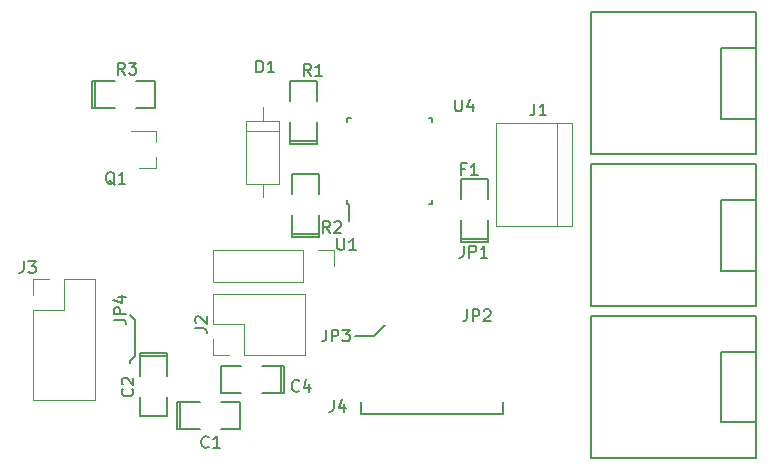
<source format=gbr>
G04 #@! TF.FileFunction,Legend,Top*
%FSLAX46Y46*%
G04 Gerber Fmt 4.6, Leading zero omitted, Abs format (unit mm)*
G04 Created by KiCad (PCBNEW 4.0.6) date 08/24/17 17:14:55*
%MOMM*%
%LPD*%
G01*
G04 APERTURE LIST*
%ADD10C,0.100000*%
%ADD11C,0.200000*%
%ADD12C,0.150000*%
%ADD13C,0.120000*%
G04 APERTURE END LIST*
D10*
D11*
X134430000Y-128420000D02*
X134430000Y-128560000D01*
X134850000Y-128000000D02*
X134430000Y-128420000D01*
X134850000Y-124910000D02*
X134850000Y-128000000D01*
X134400000Y-124460000D02*
X134850000Y-124910000D01*
X156000000Y-125340000D02*
X156000000Y-125350000D01*
X156010000Y-125330000D02*
X156000000Y-125340000D01*
X155050000Y-126290000D02*
X156010000Y-125330000D01*
X154880000Y-126290000D02*
X155050000Y-126290000D01*
X153420000Y-126290000D02*
X154880000Y-126290000D01*
D12*
X152745000Y-115095000D02*
X152970000Y-115095000D01*
X152745000Y-107845000D02*
X153070000Y-107845000D01*
X159995000Y-107845000D02*
X159670000Y-107845000D01*
X159995000Y-115095000D02*
X159670000Y-115095000D01*
X152745000Y-115095000D02*
X152745000Y-114770000D01*
X159995000Y-115095000D02*
X159995000Y-114770000D01*
X159995000Y-107845000D02*
X159995000Y-108170000D01*
X152745000Y-107845000D02*
X152745000Y-108170000D01*
X152970000Y-115095000D02*
X152970000Y-116520000D01*
D13*
X171790000Y-116940000D02*
X171790000Y-108240000D01*
X165380000Y-116940000D02*
X165380000Y-108240000D01*
X165380000Y-108240000D02*
X171790000Y-108240000D01*
X170560000Y-108240000D02*
X170560000Y-116940000D01*
X171790000Y-116940000D02*
X165380000Y-116940000D01*
D12*
X162397000Y-118100000D02*
X162397000Y-118354000D01*
X162397000Y-118354000D02*
X164683000Y-118354000D01*
X164683000Y-118354000D02*
X164683000Y-118100000D01*
X162397000Y-118100000D02*
X164683000Y-118100000D01*
X164683000Y-118100000D02*
X164683000Y-116449000D01*
X162397000Y-114671000D02*
X162397000Y-113020000D01*
X162397000Y-113020000D02*
X164683000Y-113020000D01*
X164683000Y-113020000D02*
X164683000Y-114671000D01*
X162397000Y-116449000D02*
X162397000Y-118100000D01*
X138650000Y-131877000D02*
X138396000Y-131877000D01*
X138396000Y-131877000D02*
X138396000Y-134163000D01*
X138396000Y-134163000D02*
X138650000Y-134163000D01*
X138650000Y-131877000D02*
X138650000Y-134163000D01*
X138650000Y-134163000D02*
X140301000Y-134163000D01*
X142079000Y-131877000D02*
X143730000Y-131877000D01*
X143730000Y-131877000D02*
X143730000Y-134163000D01*
X143730000Y-134163000D02*
X142079000Y-134163000D01*
X140301000Y-131877000D02*
X138650000Y-131877000D01*
X137513000Y-127980000D02*
X137513000Y-127726000D01*
X137513000Y-127726000D02*
X135227000Y-127726000D01*
X135227000Y-127726000D02*
X135227000Y-127980000D01*
X137513000Y-127980000D02*
X135227000Y-127980000D01*
X135227000Y-127980000D02*
X135227000Y-129631000D01*
X137513000Y-131409000D02*
X137513000Y-133060000D01*
X137513000Y-133060000D02*
X135227000Y-133060000D01*
X135227000Y-133060000D02*
X135227000Y-131409000D01*
X137513000Y-129631000D02*
X137513000Y-127980000D01*
X147200000Y-131083000D02*
X147454000Y-131083000D01*
X147454000Y-131083000D02*
X147454000Y-128797000D01*
X147454000Y-128797000D02*
X147200000Y-128797000D01*
X147200000Y-131083000D02*
X147200000Y-128797000D01*
X147200000Y-128797000D02*
X145549000Y-128797000D01*
X143771000Y-131083000D02*
X142120000Y-131083000D01*
X142120000Y-131083000D02*
X142120000Y-128797000D01*
X142120000Y-128797000D02*
X143771000Y-128797000D01*
X145549000Y-131083000D02*
X147200000Y-131083000D01*
D13*
X149180000Y-127880000D02*
X149180000Y-122680000D01*
X144040000Y-127880000D02*
X149180000Y-127880000D01*
X141440000Y-122680000D02*
X149180000Y-122680000D01*
X144040000Y-127880000D02*
X144040000Y-125280000D01*
X144040000Y-125280000D02*
X141440000Y-125280000D01*
X141440000Y-125280000D02*
X141440000Y-122680000D01*
X142770000Y-127880000D02*
X141440000Y-127880000D01*
X141440000Y-127880000D02*
X141440000Y-126550000D01*
X126220000Y-131730000D02*
X131420000Y-131730000D01*
X126220000Y-124050000D02*
X126220000Y-131730000D01*
X131420000Y-121450000D02*
X131420000Y-131730000D01*
X126220000Y-124050000D02*
X128820000Y-124050000D01*
X128820000Y-124050000D02*
X128820000Y-121450000D01*
X128820000Y-121450000D02*
X131420000Y-121450000D01*
X126220000Y-122780000D02*
X126220000Y-121450000D01*
X126220000Y-121450000D02*
X127550000Y-121450000D01*
D12*
X148137000Y-117680000D02*
X148137000Y-117934000D01*
X148137000Y-117934000D02*
X150423000Y-117934000D01*
X150423000Y-117934000D02*
X150423000Y-117680000D01*
X148137000Y-117680000D02*
X150423000Y-117680000D01*
X150423000Y-117680000D02*
X150423000Y-116029000D01*
X148137000Y-114251000D02*
X148137000Y-112600000D01*
X148137000Y-112600000D02*
X150423000Y-112600000D01*
X150423000Y-112600000D02*
X150423000Y-114251000D01*
X148137000Y-116029000D02*
X148137000Y-117680000D01*
X131470000Y-104647000D02*
X131216000Y-104647000D01*
X131216000Y-104647000D02*
X131216000Y-106933000D01*
X131216000Y-106933000D02*
X131470000Y-106933000D01*
X131470000Y-104647000D02*
X131470000Y-106933000D01*
X131470000Y-106933000D02*
X133121000Y-106933000D01*
X134899000Y-104647000D02*
X136550000Y-104647000D01*
X136550000Y-104647000D02*
X136550000Y-106933000D01*
X136550000Y-106933000D02*
X134899000Y-106933000D01*
X133121000Y-104647000D02*
X131470000Y-104647000D01*
D13*
X147030000Y-108070000D02*
X144210000Y-108070000D01*
X144210000Y-108070000D02*
X144210000Y-113390000D01*
X144210000Y-113390000D02*
X147030000Y-113390000D01*
X147030000Y-113390000D02*
X147030000Y-108070000D01*
X145620000Y-106930000D02*
X145620000Y-108070000D01*
X145620000Y-114530000D02*
X145620000Y-113390000D01*
X147030000Y-108910000D02*
X144210000Y-108910000D01*
X136620000Y-112070000D02*
X136620000Y-111140000D01*
X136620000Y-108910000D02*
X136620000Y-109840000D01*
X136620000Y-108910000D02*
X134460000Y-108910000D01*
X136620000Y-112070000D02*
X135160000Y-112070000D01*
D12*
X147947000Y-109790000D02*
X147947000Y-110044000D01*
X147947000Y-110044000D02*
X150233000Y-110044000D01*
X150233000Y-110044000D02*
X150233000Y-109790000D01*
X147947000Y-109790000D02*
X150233000Y-109790000D01*
X150233000Y-109790000D02*
X150233000Y-108139000D01*
X147947000Y-106361000D02*
X147947000Y-104710000D01*
X147947000Y-104710000D02*
X150233000Y-104710000D01*
X150233000Y-104710000D02*
X150233000Y-106361000D01*
X147947000Y-108139000D02*
X147947000Y-109790000D01*
D13*
X141400000Y-119010000D02*
X141400000Y-121670000D01*
X149080000Y-119010000D02*
X141400000Y-119010000D01*
X149080000Y-121670000D02*
X141400000Y-121670000D01*
X149080000Y-119010000D02*
X149080000Y-121670000D01*
X150350000Y-119010000D02*
X151680000Y-119010000D01*
X151680000Y-119010000D02*
X151680000Y-120340000D01*
D12*
X184400000Y-130600000D02*
X184400000Y-127600000D01*
X184400000Y-127600000D02*
X187400000Y-127600000D01*
X184400000Y-130600000D02*
X184400000Y-133600000D01*
X184400000Y-133600000D02*
X187400000Y-133600000D01*
X187400000Y-136600000D02*
X173400000Y-136600000D01*
X173400000Y-136600000D02*
X173400000Y-124600000D01*
X173400000Y-124600000D02*
X187400000Y-124600000D01*
X187400000Y-124600000D02*
X187400000Y-136600000D01*
X153990000Y-132870000D02*
X153990000Y-131870000D01*
X153990000Y-132870000D02*
X165990000Y-132870000D01*
X165990000Y-132870000D02*
X165990000Y-131870000D01*
X184400000Y-104870000D02*
X184400000Y-101870000D01*
X184400000Y-101870000D02*
X187400000Y-101870000D01*
X184400000Y-104870000D02*
X184400000Y-107870000D01*
X184400000Y-107870000D02*
X187400000Y-107870000D01*
X187400000Y-110870000D02*
X173400000Y-110870000D01*
X173400000Y-110870000D02*
X173400000Y-98870000D01*
X173400000Y-98870000D02*
X187400000Y-98870000D01*
X187400000Y-98870000D02*
X187400000Y-110870000D01*
X184390000Y-117740000D02*
X184390000Y-114740000D01*
X184390000Y-114740000D02*
X187390000Y-114740000D01*
X184390000Y-117740000D02*
X184390000Y-120740000D01*
X184390000Y-120740000D02*
X187390000Y-120740000D01*
X187390000Y-123740000D02*
X173390000Y-123740000D01*
X173390000Y-123740000D02*
X173390000Y-111740000D01*
X173390000Y-111740000D02*
X187390000Y-111740000D01*
X187390000Y-111740000D02*
X187390000Y-123740000D01*
X161928095Y-106262381D02*
X161928095Y-107071905D01*
X161975714Y-107167143D01*
X162023333Y-107214762D01*
X162118571Y-107262381D01*
X162309048Y-107262381D01*
X162404286Y-107214762D01*
X162451905Y-107167143D01*
X162499524Y-107071905D01*
X162499524Y-106262381D01*
X163404286Y-106595714D02*
X163404286Y-107262381D01*
X163166190Y-106214762D02*
X162928095Y-106929048D01*
X163547143Y-106929048D01*
X168636667Y-106592381D02*
X168636667Y-107306667D01*
X168589047Y-107449524D01*
X168493809Y-107544762D01*
X168350952Y-107592381D01*
X168255714Y-107592381D01*
X169636667Y-107592381D02*
X169065238Y-107592381D01*
X169350952Y-107592381D02*
X169350952Y-106592381D01*
X169255714Y-106735238D01*
X169160476Y-106830476D01*
X169065238Y-106878095D01*
X162776667Y-112138571D02*
X162443333Y-112138571D01*
X162443333Y-112662381D02*
X162443333Y-111662381D01*
X162919524Y-111662381D01*
X163824286Y-112662381D02*
X163252857Y-112662381D01*
X163538571Y-112662381D02*
X163538571Y-111662381D01*
X163443333Y-111805238D01*
X163348095Y-111900476D01*
X163252857Y-111948095D01*
X141053334Y-135657143D02*
X141005715Y-135704762D01*
X140862858Y-135752381D01*
X140767620Y-135752381D01*
X140624762Y-135704762D01*
X140529524Y-135609524D01*
X140481905Y-135514286D01*
X140434286Y-135323810D01*
X140434286Y-135180952D01*
X140481905Y-134990476D01*
X140529524Y-134895238D01*
X140624762Y-134800000D01*
X140767620Y-134752381D01*
X140862858Y-134752381D01*
X141005715Y-134800000D01*
X141053334Y-134847619D01*
X142005715Y-135752381D02*
X141434286Y-135752381D01*
X141720000Y-135752381D02*
X141720000Y-134752381D01*
X141624762Y-134895238D01*
X141529524Y-134990476D01*
X141434286Y-135038095D01*
X134587143Y-130746666D02*
X134634762Y-130794285D01*
X134682381Y-130937142D01*
X134682381Y-131032380D01*
X134634762Y-131175238D01*
X134539524Y-131270476D01*
X134444286Y-131318095D01*
X134253810Y-131365714D01*
X134110952Y-131365714D01*
X133920476Y-131318095D01*
X133825238Y-131270476D01*
X133730000Y-131175238D01*
X133682381Y-131032380D01*
X133682381Y-130937142D01*
X133730000Y-130794285D01*
X133777619Y-130746666D01*
X133777619Y-130365714D02*
X133730000Y-130318095D01*
X133682381Y-130222857D01*
X133682381Y-129984761D01*
X133730000Y-129889523D01*
X133777619Y-129841904D01*
X133872857Y-129794285D01*
X133968095Y-129794285D01*
X134110952Y-129841904D01*
X134682381Y-130413333D01*
X134682381Y-129794285D01*
X148713334Y-130897143D02*
X148665715Y-130944762D01*
X148522858Y-130992381D01*
X148427620Y-130992381D01*
X148284762Y-130944762D01*
X148189524Y-130849524D01*
X148141905Y-130754286D01*
X148094286Y-130563810D01*
X148094286Y-130420952D01*
X148141905Y-130230476D01*
X148189524Y-130135238D01*
X148284762Y-130040000D01*
X148427620Y-129992381D01*
X148522858Y-129992381D01*
X148665715Y-130040000D01*
X148713334Y-130087619D01*
X149570477Y-130325714D02*
X149570477Y-130992381D01*
X149332381Y-129944762D02*
X149094286Y-130659048D01*
X149713334Y-130659048D01*
X139892381Y-125613333D02*
X140606667Y-125613333D01*
X140749524Y-125660953D01*
X140844762Y-125756191D01*
X140892381Y-125899048D01*
X140892381Y-125994286D01*
X139987619Y-125184762D02*
X139940000Y-125137143D01*
X139892381Y-125041905D01*
X139892381Y-124803809D01*
X139940000Y-124708571D01*
X139987619Y-124660952D01*
X140082857Y-124613333D01*
X140178095Y-124613333D01*
X140320952Y-124660952D01*
X140892381Y-125232381D01*
X140892381Y-124613333D01*
X125406667Y-119932381D02*
X125406667Y-120646667D01*
X125359047Y-120789524D01*
X125263809Y-120884762D01*
X125120952Y-120932381D01*
X125025714Y-120932381D01*
X125787619Y-119932381D02*
X126406667Y-119932381D01*
X126073333Y-120313333D01*
X126216191Y-120313333D01*
X126311429Y-120360952D01*
X126359048Y-120408571D01*
X126406667Y-120503810D01*
X126406667Y-120741905D01*
X126359048Y-120837143D01*
X126311429Y-120884762D01*
X126216191Y-120932381D01*
X125930476Y-120932381D01*
X125835238Y-120884762D01*
X125787619Y-120837143D01*
X151313334Y-117552381D02*
X150980000Y-117076190D01*
X150741905Y-117552381D02*
X150741905Y-116552381D01*
X151122858Y-116552381D01*
X151218096Y-116600000D01*
X151265715Y-116647619D01*
X151313334Y-116742857D01*
X151313334Y-116885714D01*
X151265715Y-116980952D01*
X151218096Y-117028571D01*
X151122858Y-117076190D01*
X150741905Y-117076190D01*
X151694286Y-116647619D02*
X151741905Y-116600000D01*
X151837143Y-116552381D01*
X152075239Y-116552381D01*
X152170477Y-116600000D01*
X152218096Y-116647619D01*
X152265715Y-116742857D01*
X152265715Y-116838095D01*
X152218096Y-116980952D01*
X151646667Y-117552381D01*
X152265715Y-117552381D01*
X133973334Y-104142381D02*
X133640000Y-103666190D01*
X133401905Y-104142381D02*
X133401905Y-103142381D01*
X133782858Y-103142381D01*
X133878096Y-103190000D01*
X133925715Y-103237619D01*
X133973334Y-103332857D01*
X133973334Y-103475714D01*
X133925715Y-103570952D01*
X133878096Y-103618571D01*
X133782858Y-103666190D01*
X133401905Y-103666190D01*
X134306667Y-103142381D02*
X134925715Y-103142381D01*
X134592381Y-103523333D01*
X134735239Y-103523333D01*
X134830477Y-103570952D01*
X134878096Y-103618571D01*
X134925715Y-103713810D01*
X134925715Y-103951905D01*
X134878096Y-104047143D01*
X134830477Y-104094762D01*
X134735239Y-104142381D01*
X134449524Y-104142381D01*
X134354286Y-104094762D01*
X134306667Y-104047143D01*
X145101905Y-103962381D02*
X145101905Y-102962381D01*
X145340000Y-102962381D01*
X145482858Y-103010000D01*
X145578096Y-103105238D01*
X145625715Y-103200476D01*
X145673334Y-103390952D01*
X145673334Y-103533810D01*
X145625715Y-103724286D01*
X145578096Y-103819524D01*
X145482858Y-103914762D01*
X145340000Y-103962381D01*
X145101905Y-103962381D01*
X146625715Y-103962381D02*
X146054286Y-103962381D01*
X146340000Y-103962381D02*
X146340000Y-102962381D01*
X146244762Y-103105238D01*
X146149524Y-103200476D01*
X146054286Y-103248095D01*
X133104762Y-113487619D02*
X133009524Y-113440000D01*
X132914286Y-113344762D01*
X132771429Y-113201905D01*
X132676190Y-113154286D01*
X132580952Y-113154286D01*
X132628571Y-113392381D02*
X132533333Y-113344762D01*
X132438095Y-113249524D01*
X132390476Y-113059048D01*
X132390476Y-112725714D01*
X132438095Y-112535238D01*
X132533333Y-112440000D01*
X132628571Y-112392381D01*
X132819048Y-112392381D01*
X132914286Y-112440000D01*
X133009524Y-112535238D01*
X133057143Y-112725714D01*
X133057143Y-113059048D01*
X133009524Y-113249524D01*
X132914286Y-113344762D01*
X132819048Y-113392381D01*
X132628571Y-113392381D01*
X134009524Y-113392381D02*
X133438095Y-113392381D01*
X133723809Y-113392381D02*
X133723809Y-112392381D01*
X133628571Y-112535238D01*
X133533333Y-112630476D01*
X133438095Y-112678095D01*
X133022381Y-124893333D02*
X133736667Y-124893333D01*
X133879524Y-124940953D01*
X133974762Y-125036191D01*
X134022381Y-125179048D01*
X134022381Y-125274286D01*
X134022381Y-124417143D02*
X133022381Y-124417143D01*
X133022381Y-124036190D01*
X133070000Y-123940952D01*
X133117619Y-123893333D01*
X133212857Y-123845714D01*
X133355714Y-123845714D01*
X133450952Y-123893333D01*
X133498571Y-123940952D01*
X133546190Y-124036190D01*
X133546190Y-124417143D01*
X133355714Y-122988571D02*
X134022381Y-122988571D01*
X132974762Y-123226667D02*
X133689048Y-123464762D01*
X133689048Y-122845714D01*
X149713334Y-104242381D02*
X149380000Y-103766190D01*
X149141905Y-104242381D02*
X149141905Y-103242381D01*
X149522858Y-103242381D01*
X149618096Y-103290000D01*
X149665715Y-103337619D01*
X149713334Y-103432857D01*
X149713334Y-103575714D01*
X149665715Y-103670952D01*
X149618096Y-103718571D01*
X149522858Y-103766190D01*
X149141905Y-103766190D01*
X150665715Y-104242381D02*
X150094286Y-104242381D01*
X150380000Y-104242381D02*
X150380000Y-103242381D01*
X150284762Y-103385238D01*
X150189524Y-103480476D01*
X150094286Y-103528095D01*
X150996667Y-125742381D02*
X150996667Y-126456667D01*
X150949047Y-126599524D01*
X150853809Y-126694762D01*
X150710952Y-126742381D01*
X150615714Y-126742381D01*
X151472857Y-126742381D02*
X151472857Y-125742381D01*
X151853810Y-125742381D01*
X151949048Y-125790000D01*
X151996667Y-125837619D01*
X152044286Y-125932857D01*
X152044286Y-126075714D01*
X151996667Y-126170952D01*
X151949048Y-126218571D01*
X151853810Y-126266190D01*
X151472857Y-126266190D01*
X152377619Y-125742381D02*
X152996667Y-125742381D01*
X152663333Y-126123333D01*
X152806191Y-126123333D01*
X152901429Y-126170952D01*
X152949048Y-126218571D01*
X152996667Y-126313810D01*
X152996667Y-126551905D01*
X152949048Y-126647143D01*
X152901429Y-126694762D01*
X152806191Y-126742381D01*
X152520476Y-126742381D01*
X152425238Y-126694762D01*
X152377619Y-126647143D01*
X162926667Y-124032381D02*
X162926667Y-124746667D01*
X162879047Y-124889524D01*
X162783809Y-124984762D01*
X162640952Y-125032381D01*
X162545714Y-125032381D01*
X163402857Y-125032381D02*
X163402857Y-124032381D01*
X163783810Y-124032381D01*
X163879048Y-124080000D01*
X163926667Y-124127619D01*
X163974286Y-124222857D01*
X163974286Y-124365714D01*
X163926667Y-124460952D01*
X163879048Y-124508571D01*
X163783810Y-124556190D01*
X163402857Y-124556190D01*
X164355238Y-124127619D02*
X164402857Y-124080000D01*
X164498095Y-124032381D01*
X164736191Y-124032381D01*
X164831429Y-124080000D01*
X164879048Y-124127619D01*
X164926667Y-124222857D01*
X164926667Y-124318095D01*
X164879048Y-124460952D01*
X164307619Y-125032381D01*
X164926667Y-125032381D01*
X162656667Y-118632381D02*
X162656667Y-119346667D01*
X162609047Y-119489524D01*
X162513809Y-119584762D01*
X162370952Y-119632381D01*
X162275714Y-119632381D01*
X163132857Y-119632381D02*
X163132857Y-118632381D01*
X163513810Y-118632381D01*
X163609048Y-118680000D01*
X163656667Y-118727619D01*
X163704286Y-118822857D01*
X163704286Y-118965714D01*
X163656667Y-119060952D01*
X163609048Y-119108571D01*
X163513810Y-119156190D01*
X163132857Y-119156190D01*
X164656667Y-119632381D02*
X164085238Y-119632381D01*
X164370952Y-119632381D02*
X164370952Y-118632381D01*
X164275714Y-118775238D01*
X164180476Y-118870476D01*
X164085238Y-118918095D01*
X151958095Y-117992381D02*
X151958095Y-118801905D01*
X152005714Y-118897143D01*
X152053333Y-118944762D01*
X152148571Y-118992381D01*
X152339048Y-118992381D01*
X152434286Y-118944762D01*
X152481905Y-118897143D01*
X152529524Y-118801905D01*
X152529524Y-117992381D01*
X153529524Y-118992381D02*
X152958095Y-118992381D01*
X153243809Y-118992381D02*
X153243809Y-117992381D01*
X153148571Y-118135238D01*
X153053333Y-118230476D01*
X152958095Y-118278095D01*
X151636667Y-131672381D02*
X151636667Y-132386667D01*
X151589047Y-132529524D01*
X151493809Y-132624762D01*
X151350952Y-132672381D01*
X151255714Y-132672381D01*
X152541429Y-132005714D02*
X152541429Y-132672381D01*
X152303333Y-131624762D02*
X152065238Y-132339048D01*
X152684286Y-132339048D01*
M02*

</source>
